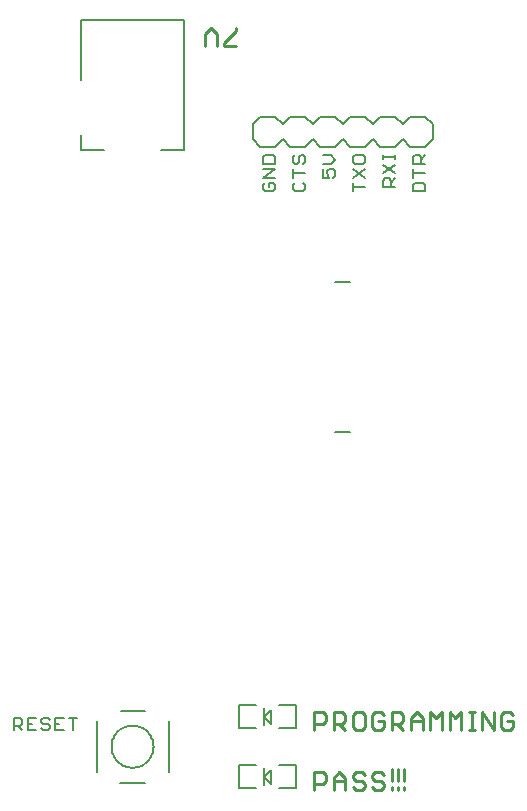
<source format=gto>
G75*
G70*
%OFA0B0*%
%FSLAX24Y24*%
%IPPOS*%
%LPD*%
%AMOC8*
5,1,8,0,0,1.08239X$1,22.5*
%
%ADD10C,0.0110*%
%ADD11C,0.0080*%
D10*
X011215Y001715D02*
X011215Y002306D01*
X011510Y002306D01*
X011609Y002207D01*
X011609Y002010D01*
X011510Y001912D01*
X011215Y001912D01*
X011860Y002010D02*
X012253Y002010D01*
X012253Y002109D02*
X012056Y002306D01*
X011860Y002109D01*
X011860Y001715D01*
X012253Y001715D02*
X012253Y002109D01*
X012504Y002109D02*
X012603Y002010D01*
X012799Y002010D01*
X012898Y001912D01*
X012898Y001813D01*
X012799Y001715D01*
X012603Y001715D01*
X012504Y001813D01*
X012504Y002109D02*
X012504Y002207D01*
X012603Y002306D01*
X012799Y002306D01*
X012898Y002207D01*
X013149Y002207D02*
X013149Y002109D01*
X013247Y002010D01*
X013444Y002010D01*
X013542Y001912D01*
X013542Y001813D01*
X013444Y001715D01*
X013247Y001715D01*
X013149Y001813D01*
X013149Y002207D02*
X013247Y002306D01*
X013444Y002306D01*
X013542Y002207D01*
X013793Y002404D02*
X013793Y002010D01*
X013793Y001813D02*
X013793Y001715D01*
X014008Y001715D02*
X014008Y001813D01*
X014008Y002010D02*
X014008Y002404D01*
X014223Y002404D02*
X014223Y002010D01*
X014223Y001813D02*
X014223Y001715D01*
X014187Y003715D02*
X013990Y003912D01*
X014088Y003912D02*
X013793Y003912D01*
X013793Y003715D02*
X013793Y004306D01*
X014088Y004306D01*
X014187Y004207D01*
X014187Y004010D01*
X014088Y003912D01*
X014438Y004010D02*
X014831Y004010D01*
X014831Y004109D02*
X014635Y004306D01*
X014438Y004109D01*
X014438Y003715D01*
X014831Y003715D02*
X014831Y004109D01*
X015082Y004306D02*
X015082Y003715D01*
X015476Y003715D02*
X015476Y004306D01*
X015279Y004109D01*
X015082Y004306D01*
X015727Y004306D02*
X015727Y003715D01*
X016121Y003715D02*
X016121Y004306D01*
X015924Y004109D01*
X015727Y004306D01*
X016371Y004306D02*
X016568Y004306D01*
X016470Y004306D02*
X016470Y003715D01*
X016568Y003715D02*
X016371Y003715D01*
X016801Y003715D02*
X016801Y004306D01*
X017195Y003715D01*
X017195Y004306D01*
X017446Y004207D02*
X017446Y003813D01*
X017544Y003715D01*
X017741Y003715D01*
X017839Y003813D01*
X017839Y004010D01*
X017642Y004010D01*
X017446Y004207D02*
X017544Y004306D01*
X017741Y004306D01*
X017839Y004207D01*
X013542Y004207D02*
X013444Y004306D01*
X013247Y004306D01*
X013149Y004207D01*
X013149Y003813D01*
X013247Y003715D01*
X013444Y003715D01*
X013542Y003813D01*
X013542Y004010D01*
X013345Y004010D01*
X012898Y003813D02*
X012799Y003715D01*
X012603Y003715D01*
X012504Y003813D01*
X012504Y004207D01*
X012603Y004306D01*
X012799Y004306D01*
X012898Y004207D01*
X012898Y003813D01*
X012253Y003715D02*
X012056Y003912D01*
X012155Y003912D02*
X011860Y003912D01*
X011860Y003715D02*
X011860Y004306D01*
X012155Y004306D01*
X012253Y004207D01*
X012253Y004010D01*
X012155Y003912D01*
X011609Y004010D02*
X011510Y003912D01*
X011215Y003912D01*
X011215Y003715D02*
X011215Y004306D01*
X011510Y004306D01*
X011609Y004207D01*
X011609Y004010D01*
X008605Y026514D02*
X008211Y026514D01*
X008211Y026613D01*
X008605Y027007D01*
X008605Y027105D01*
X007960Y026908D02*
X007960Y026514D01*
X007567Y026514D02*
X007567Y026908D01*
X007764Y027105D01*
X007960Y026908D01*
D11*
X001200Y004120D02*
X001200Y003700D01*
X001200Y003840D02*
X001410Y003840D01*
X001480Y003910D01*
X001480Y004050D01*
X001410Y004120D01*
X001200Y004120D01*
X001340Y003840D02*
X001480Y003700D01*
X001660Y003700D02*
X001941Y003700D01*
X002121Y003770D02*
X002191Y003700D01*
X002331Y003700D01*
X002401Y003770D01*
X002401Y003840D01*
X002331Y003910D01*
X002191Y003910D01*
X002121Y003980D01*
X002121Y004050D01*
X002191Y004120D01*
X002331Y004120D01*
X002401Y004050D01*
X002581Y004120D02*
X002581Y003700D01*
X002861Y003700D01*
X002721Y003910D02*
X002581Y003910D01*
X002581Y004120D02*
X002861Y004120D01*
X003042Y004120D02*
X003322Y004120D01*
X003182Y004120D02*
X003182Y003700D01*
X003960Y004010D02*
X003960Y002310D01*
X004755Y001960D02*
X005560Y001960D01*
X006360Y002310D02*
X006360Y004010D01*
X005560Y004360D02*
X004767Y004360D01*
X004460Y003160D02*
X004462Y003212D01*
X004468Y003264D01*
X004478Y003316D01*
X004491Y003366D01*
X004508Y003416D01*
X004529Y003464D01*
X004554Y003510D01*
X004582Y003554D01*
X004613Y003596D01*
X004647Y003636D01*
X004684Y003673D01*
X004724Y003707D01*
X004766Y003738D01*
X004810Y003766D01*
X004856Y003791D01*
X004904Y003812D01*
X004954Y003829D01*
X005004Y003842D01*
X005056Y003852D01*
X005108Y003858D01*
X005160Y003860D01*
X005212Y003858D01*
X005264Y003852D01*
X005316Y003842D01*
X005366Y003829D01*
X005416Y003812D01*
X005464Y003791D01*
X005510Y003766D01*
X005554Y003738D01*
X005596Y003707D01*
X005636Y003673D01*
X005673Y003636D01*
X005707Y003596D01*
X005738Y003554D01*
X005766Y003510D01*
X005791Y003464D01*
X005812Y003416D01*
X005829Y003366D01*
X005842Y003316D01*
X005852Y003264D01*
X005858Y003212D01*
X005860Y003160D01*
X005858Y003108D01*
X005852Y003056D01*
X005842Y003004D01*
X005829Y002954D01*
X005812Y002904D01*
X005791Y002856D01*
X005766Y002810D01*
X005738Y002766D01*
X005707Y002724D01*
X005673Y002684D01*
X005636Y002647D01*
X005596Y002613D01*
X005554Y002582D01*
X005510Y002554D01*
X005464Y002529D01*
X005416Y002508D01*
X005366Y002491D01*
X005316Y002478D01*
X005264Y002468D01*
X005212Y002462D01*
X005160Y002460D01*
X005108Y002462D01*
X005056Y002468D01*
X005004Y002478D01*
X004954Y002491D01*
X004904Y002508D01*
X004856Y002529D01*
X004810Y002554D01*
X004766Y002582D01*
X004724Y002613D01*
X004684Y002647D01*
X004647Y002684D01*
X004613Y002724D01*
X004582Y002766D01*
X004554Y002810D01*
X004529Y002856D01*
X004508Y002904D01*
X004491Y002954D01*
X004478Y003004D01*
X004468Y003056D01*
X004462Y003108D01*
X004460Y003160D01*
X001941Y004120D02*
X001660Y004120D01*
X001660Y003700D01*
X001660Y003910D02*
X001801Y003910D01*
X008715Y003766D02*
X008715Y004554D01*
X009266Y004554D01*
X009542Y004436D02*
X009542Y004160D01*
X009778Y004396D01*
X009778Y003924D01*
X009542Y004160D01*
X009542Y003884D01*
X009266Y003766D02*
X008715Y003766D01*
X008715Y002554D02*
X009266Y002554D01*
X009542Y002436D02*
X009542Y002160D01*
X009778Y002396D01*
X009778Y001924D01*
X009542Y002160D01*
X009542Y001884D01*
X009266Y001766D02*
X008715Y001766D01*
X008715Y002554D01*
X010054Y002554D02*
X010605Y002554D01*
X010605Y001766D01*
X010054Y001766D01*
X010054Y003766D02*
X010605Y003766D01*
X010605Y004554D01*
X010054Y004554D01*
X011910Y013660D02*
X012410Y013660D01*
X012410Y018660D02*
X011910Y018660D01*
X012500Y021669D02*
X012500Y021949D01*
X012500Y021809D02*
X012920Y021809D01*
X012920Y022129D02*
X012500Y022409D01*
X012570Y022590D02*
X012850Y022590D01*
X012920Y022660D01*
X012920Y022800D01*
X012850Y022870D01*
X012570Y022870D01*
X012500Y022800D01*
X012500Y022660D01*
X012570Y022590D01*
X012920Y022409D02*
X012500Y022129D01*
X011920Y022199D02*
X011850Y022129D01*
X011920Y022199D02*
X011920Y022339D01*
X011850Y022409D01*
X011710Y022409D01*
X011640Y022339D01*
X011640Y022269D01*
X011710Y022129D01*
X011500Y022129D01*
X011500Y022409D01*
X011500Y022590D02*
X011780Y022590D01*
X011920Y022730D01*
X011780Y022870D01*
X011500Y022870D01*
X011410Y023160D02*
X011160Y023410D01*
X010910Y023160D01*
X010410Y023160D01*
X010160Y023410D01*
X009910Y023160D01*
X009410Y023160D01*
X009160Y023410D01*
X009160Y023910D01*
X009410Y024160D01*
X009910Y024160D01*
X010160Y023910D01*
X010410Y024160D01*
X010910Y024160D01*
X011160Y023910D01*
X011410Y024160D01*
X011910Y024160D01*
X012160Y023910D01*
X012410Y024160D01*
X012910Y024160D01*
X013160Y023910D01*
X013410Y024160D01*
X013910Y024160D01*
X014160Y023910D01*
X014410Y024160D01*
X014910Y024160D01*
X015160Y023910D01*
X015160Y023410D01*
X014910Y023160D01*
X014410Y023160D01*
X014160Y023410D01*
X013910Y023160D01*
X013410Y023160D01*
X013160Y023410D01*
X012910Y023160D01*
X012410Y023160D01*
X012160Y023410D01*
X011910Y023160D01*
X011410Y023160D01*
X010920Y022800D02*
X010920Y022660D01*
X010850Y022590D01*
X010710Y022660D02*
X010710Y022800D01*
X010780Y022870D01*
X010850Y022870D01*
X010920Y022800D01*
X010710Y022660D02*
X010640Y022590D01*
X010570Y022590D01*
X010500Y022660D01*
X010500Y022800D01*
X010570Y022870D01*
X010500Y022409D02*
X010500Y022129D01*
X010500Y022269D02*
X010920Y022269D01*
X010850Y021949D02*
X010920Y021879D01*
X010920Y021739D01*
X010850Y021669D01*
X010570Y021669D01*
X010500Y021739D01*
X010500Y021879D01*
X010570Y021949D01*
X009920Y021879D02*
X009920Y021739D01*
X009850Y021669D01*
X009570Y021669D01*
X009500Y021739D01*
X009500Y021879D01*
X009570Y021949D01*
X009710Y021949D02*
X009710Y021809D01*
X009710Y021949D02*
X009850Y021949D01*
X009920Y021879D01*
X009920Y022129D02*
X009500Y022129D01*
X009920Y022409D01*
X009500Y022409D01*
X009500Y022590D02*
X009500Y022800D01*
X009570Y022870D01*
X009850Y022870D01*
X009920Y022800D01*
X009920Y022590D01*
X009500Y022590D01*
X006872Y023046D02*
X006105Y023046D01*
X006872Y023046D02*
X006872Y027379D01*
X003448Y027379D01*
X003448Y025392D01*
X003448Y023542D02*
X003448Y023046D01*
X004215Y023046D01*
X013500Y022883D02*
X013500Y022743D01*
X013500Y022813D02*
X013920Y022813D01*
X013920Y022743D02*
X013920Y022883D01*
X013920Y022563D02*
X013500Y022283D01*
X013570Y022103D02*
X013500Y022032D01*
X013500Y021822D01*
X013920Y021822D01*
X013780Y021822D02*
X013780Y022032D01*
X013710Y022103D01*
X013570Y022103D01*
X013780Y021962D02*
X013920Y022103D01*
X013920Y022283D02*
X013500Y022563D01*
X014500Y022590D02*
X014500Y022800D01*
X014570Y022870D01*
X014710Y022870D01*
X014780Y022800D01*
X014780Y022590D01*
X014780Y022730D02*
X014920Y022870D01*
X014920Y022590D02*
X014500Y022590D01*
X014500Y022409D02*
X014500Y022129D01*
X014500Y022269D02*
X014920Y022269D01*
X014850Y021949D02*
X014570Y021949D01*
X014500Y021879D01*
X014500Y021669D01*
X014920Y021669D01*
X014920Y021879D01*
X014850Y021949D01*
M02*

</source>
